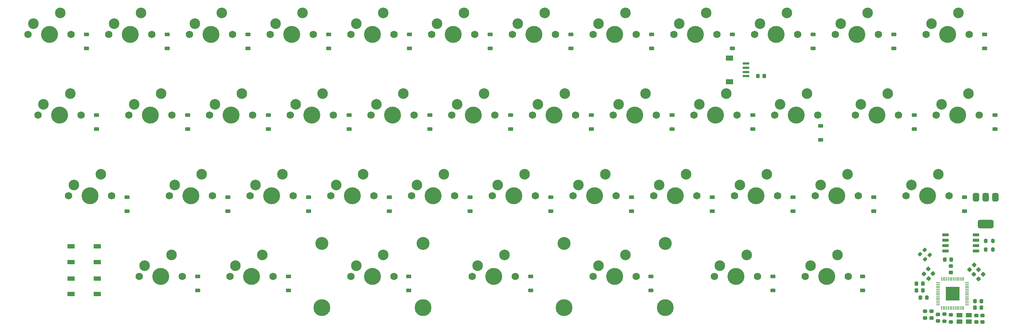
<source format=gbr>
%TF.GenerationSoftware,KiCad,Pcbnew,8.0.8*%
%TF.CreationDate,2025-06-07T17:32:44+02:00*%
%TF.ProjectId,PancakeXXL V2-rounded,50616e63-616b-4655-9858-4c2056322d72,rev?*%
%TF.SameCoordinates,Original*%
%TF.FileFunction,Soldermask,Bot*%
%TF.FilePolarity,Negative*%
%FSLAX46Y46*%
G04 Gerber Fmt 4.6, Leading zero omitted, Abs format (unit mm)*
G04 Created by KiCad (PCBNEW 8.0.8) date 2025-06-07 17:32:44*
%MOMM*%
%LPD*%
G01*
G04 APERTURE LIST*
G04 Aperture macros list*
%AMRoundRect*
0 Rectangle with rounded corners*
0 $1 Rounding radius*
0 $2 $3 $4 $5 $6 $7 $8 $9 X,Y pos of 4 corners*
0 Add a 4 corners polygon primitive as box body*
4,1,4,$2,$3,$4,$5,$6,$7,$8,$9,$2,$3,0*
0 Add four circle primitives for the rounded corners*
1,1,$1+$1,$2,$3*
1,1,$1+$1,$4,$5*
1,1,$1+$1,$6,$7*
1,1,$1+$1,$8,$9*
0 Add four rect primitives between the rounded corners*
20,1,$1+$1,$2,$3,$4,$5,0*
20,1,$1+$1,$4,$5,$6,$7,0*
20,1,$1+$1,$6,$7,$8,$9,0*
20,1,$1+$1,$8,$9,$2,$3,0*%
G04 Aperture macros list end*
%ADD10C,1.750000*%
%ADD11C,4.000000*%
%ADD12C,2.500000*%
%ADD13C,3.048000*%
%ADD14C,3.987800*%
%ADD15RoundRect,0.225000X0.375000X-0.225000X0.375000X0.225000X-0.375000X0.225000X-0.375000X-0.225000X0*%
%ADD16RoundRect,0.225000X-0.225000X-0.250000X0.225000X-0.250000X0.225000X0.250000X-0.225000X0.250000X0*%
%ADD17RoundRect,0.225000X0.250000X-0.225000X0.250000X0.225000X-0.250000X0.225000X-0.250000X-0.225000X0*%
%ADD18R,1.800000X1.100000*%
%ADD19RoundRect,0.225000X-0.017678X0.335876X-0.335876X0.017678X0.017678X-0.335876X0.335876X-0.017678X0*%
%ADD20RoundRect,0.200000X0.275000X-0.200000X0.275000X0.200000X-0.275000X0.200000X-0.275000X-0.200000X0*%
%ADD21RoundRect,0.200000X-0.335876X-0.053033X-0.053033X-0.335876X0.335876X0.053033X0.053033X0.335876X0*%
%ADD22R,1.400000X1.100000*%
%ADD23RoundRect,0.225000X-0.335876X-0.017678X-0.017678X-0.335876X0.335876X0.017678X0.017678X0.335876X0*%
%ADD24RoundRect,0.225000X-0.250000X0.225000X-0.250000X-0.225000X0.250000X-0.225000X0.250000X0.225000X0*%
%ADD25RoundRect,0.225000X0.225000X0.250000X-0.225000X0.250000X-0.225000X-0.250000X0.225000X-0.250000X0*%
%ADD26RoundRect,0.200000X0.200000X0.275000X-0.200000X0.275000X-0.200000X-0.275000X0.200000X-0.275000X0*%
%ADD27RoundRect,0.375000X-0.375000X0.625000X-0.375000X-0.625000X0.375000X-0.625000X0.375000X0.625000X0*%
%ADD28RoundRect,0.500000X-1.400000X0.500000X-1.400000X-0.500000X1.400000X-0.500000X1.400000X0.500000X0*%
%ADD29RoundRect,0.050000X0.387500X0.050000X-0.387500X0.050000X-0.387500X-0.050000X0.387500X-0.050000X0*%
%ADD30RoundRect,0.050000X0.050000X0.387500X-0.050000X0.387500X-0.050000X-0.387500X0.050000X-0.387500X0*%
%ADD31R,3.200000X3.200000*%
%ADD32RoundRect,0.200000X-0.200000X-0.275000X0.200000X-0.275000X0.200000X0.275000X-0.200000X0.275000X0*%
%ADD33RoundRect,0.150000X0.650000X0.150000X-0.650000X0.150000X-0.650000X-0.150000X0.650000X-0.150000X0*%
%ADD34R,1.800000X1.200000*%
%ADD35R,1.550000X0.600000*%
G04 APERTURE END LIST*
D10*
%TO.C,MX16*%
X96361250Y-52943125D03*
D11*
X101441250Y-52943125D03*
D10*
X106521250Y-52943125D03*
D12*
X97631250Y-50403125D03*
X103981250Y-47863125D03*
%TD*%
D10*
%TO.C,MX32*%
X182086250Y-71993125D03*
D11*
X187166250Y-71993125D03*
D10*
X192246250Y-71993125D03*
D12*
X183356250Y-69453125D03*
X189706250Y-66913125D03*
%TD*%
D10*
%TO.C,MX12*%
X246380000Y-33893125D03*
D11*
X251460000Y-33893125D03*
D10*
X256540000Y-33893125D03*
D12*
X247650000Y-31353125D03*
X254000000Y-28813125D03*
%TD*%
D10*
%TO.C,MX6*%
X129698750Y-33893125D03*
D11*
X134778750Y-33893125D03*
D10*
X139858750Y-33893125D03*
D12*
X130968750Y-31353125D03*
X137318750Y-28813125D03*
%TD*%
D10*
%TO.C,MX27*%
X86836250Y-71993125D03*
D11*
X91916250Y-71993125D03*
D10*
X96996250Y-71993125D03*
D12*
X88106250Y-69453125D03*
X94456250Y-66913125D03*
%TD*%
D10*
%TO.C,MX35*%
X241617500Y-71993125D03*
D11*
X246697500Y-71993125D03*
D10*
X251777500Y-71993125D03*
D12*
X242887500Y-69453125D03*
X249237500Y-66913125D03*
%TD*%
D13*
%TO.C,REF\u002A\u002A*%
X103790750Y-83203175D03*
D14*
X103790750Y-98413175D03*
D13*
X127666750Y-83203175D03*
D14*
X127666750Y-98413175D03*
%TD*%
D10*
%TO.C,MX38*%
X110648750Y-91043125D03*
D11*
X115728750Y-91043125D03*
D10*
X120808750Y-91043125D03*
D12*
X111918750Y-88503125D03*
X118268750Y-85963125D03*
%TD*%
D10*
%TO.C,MX28*%
X105886250Y-71993125D03*
D11*
X110966250Y-71993125D03*
D10*
X116046250Y-71993125D03*
D12*
X107156250Y-69453125D03*
X113506250Y-66913125D03*
%TD*%
D10*
%TO.C,MX40*%
X167798750Y-91043125D03*
D11*
X172878750Y-91043125D03*
D10*
X177958750Y-91043125D03*
D12*
X169068750Y-88503125D03*
X175418750Y-85963125D03*
%TD*%
D10*
%TO.C,MX1*%
X34448750Y-33893125D03*
D11*
X39528750Y-33893125D03*
D10*
X44608750Y-33893125D03*
D12*
X35718750Y-31353125D03*
X42068750Y-28813125D03*
%TD*%
D10*
%TO.C,MX31*%
X163036250Y-71993125D03*
D11*
X168116250Y-71993125D03*
D10*
X173196250Y-71993125D03*
D12*
X164306250Y-69453125D03*
X170656250Y-66913125D03*
%TD*%
D10*
%TO.C,MX36*%
X60642500Y-91043125D03*
D11*
X65722500Y-91043125D03*
D10*
X70802500Y-91043125D03*
D12*
X61912500Y-88503125D03*
X68262500Y-85963125D03*
%TD*%
D10*
%TO.C,MX42*%
X217805000Y-91043125D03*
D11*
X222885000Y-91043125D03*
D10*
X227965000Y-91043125D03*
D12*
X219075000Y-88503125D03*
X225425000Y-85963125D03*
%TD*%
D10*
%TO.C,MX26*%
X67786250Y-71993125D03*
D11*
X72866250Y-71993125D03*
D10*
X77946250Y-71993125D03*
D12*
X69056250Y-69453125D03*
X75406250Y-66913125D03*
%TD*%
D10*
%TO.C,MX34*%
X220186250Y-71993125D03*
D11*
X225266250Y-71993125D03*
D10*
X230346250Y-71993125D03*
D12*
X221456250Y-69453125D03*
X227806250Y-66913125D03*
%TD*%
D10*
%TO.C,MX37*%
X82073750Y-91043125D03*
D11*
X87153750Y-91043125D03*
D10*
X92233750Y-91043125D03*
D12*
X83343750Y-88503125D03*
X89693750Y-85963125D03*
%TD*%
D10*
%TO.C,MX10*%
X205898750Y-33893125D03*
D11*
X210978750Y-33893125D03*
D10*
X216058750Y-33893125D03*
D12*
X207168750Y-31353125D03*
X213518750Y-28813125D03*
%TD*%
D10*
%TO.C,MX20*%
X172561250Y-52943125D03*
D11*
X177641250Y-52943125D03*
D10*
X182721250Y-52943125D03*
D12*
X173831250Y-50403125D03*
X180181250Y-47863125D03*
%TD*%
D10*
%TO.C,MX30*%
X143986250Y-71993125D03*
D11*
X149066250Y-71993125D03*
D10*
X154146250Y-71993125D03*
D12*
X145256250Y-69453125D03*
X151606250Y-66913125D03*
%TD*%
D10*
%TO.C,MX23*%
X229711250Y-52943125D03*
D11*
X234791250Y-52943125D03*
D10*
X239871250Y-52943125D03*
D12*
X230981250Y-50403125D03*
X237331250Y-47863125D03*
%TD*%
D10*
%TO.C,MX13*%
X36830000Y-52943125D03*
D11*
X41910000Y-52943125D03*
D10*
X46990000Y-52943125D03*
D12*
X38100000Y-50403125D03*
X44450000Y-47863125D03*
%TD*%
D10*
%TO.C,MX2*%
X53498750Y-33893125D03*
D11*
X58578750Y-33893125D03*
D10*
X63658750Y-33893125D03*
D12*
X54768750Y-31353125D03*
X61118750Y-28813125D03*
%TD*%
D10*
%TO.C,MX18*%
X134461250Y-52943125D03*
D11*
X139541250Y-52943125D03*
D10*
X144621250Y-52943125D03*
D12*
X135731250Y-50403125D03*
X142081250Y-47863125D03*
%TD*%
D10*
%TO.C,MX24*%
X248761250Y-52943125D03*
D11*
X253841250Y-52943125D03*
D10*
X258921250Y-52943125D03*
D12*
X250031250Y-50403125D03*
X256381250Y-47863125D03*
%TD*%
D10*
%TO.C,MX7*%
X148748750Y-33893125D03*
D11*
X153828750Y-33893125D03*
D10*
X158908750Y-33893125D03*
D12*
X150018750Y-31353125D03*
X156368750Y-28813125D03*
%TD*%
D10*
%TO.C,MX5*%
X110648750Y-33893125D03*
D11*
X115728750Y-33893125D03*
D10*
X120808750Y-33893125D03*
D12*
X111918750Y-31353125D03*
X118268750Y-28813125D03*
%TD*%
D10*
%TO.C,MX33*%
X201136250Y-71993125D03*
D11*
X206216250Y-71993125D03*
D10*
X211296250Y-71993125D03*
D12*
X202406250Y-69453125D03*
X208756250Y-66913125D03*
%TD*%
D10*
%TO.C,MX4*%
X91598750Y-33893125D03*
D11*
X96678750Y-33893125D03*
D10*
X101758750Y-33893125D03*
D12*
X92868750Y-31353125D03*
X99218750Y-28813125D03*
%TD*%
D10*
%TO.C,MX11*%
X224948750Y-33893125D03*
D11*
X230028750Y-33893125D03*
D10*
X235108750Y-33893125D03*
D12*
X226218750Y-31353125D03*
X232568750Y-28813125D03*
%TD*%
D10*
%TO.C,MX9*%
X186848750Y-33893125D03*
D11*
X191928750Y-33893125D03*
D10*
X197008750Y-33893125D03*
D12*
X188118750Y-31353125D03*
X194468750Y-28813125D03*
%TD*%
D10*
%TO.C,MX19*%
X153511250Y-52943125D03*
D11*
X158591250Y-52943125D03*
D10*
X163671250Y-52943125D03*
D12*
X154781250Y-50403125D03*
X161131250Y-47863125D03*
%TD*%
D10*
%TO.C,MX14*%
X58261250Y-52943125D03*
D11*
X63341250Y-52943125D03*
D10*
X68421250Y-52943125D03*
D12*
X59531250Y-50403125D03*
X65881250Y-47863125D03*
%TD*%
D10*
%TO.C,MX39*%
X139223750Y-91043125D03*
D11*
X144303750Y-91043125D03*
D10*
X149383750Y-91043125D03*
D12*
X140493750Y-88503125D03*
X146843750Y-85963125D03*
%TD*%
D10*
%TO.C,MX17*%
X115411250Y-52943125D03*
D11*
X120491250Y-52943125D03*
D10*
X125571250Y-52943125D03*
D12*
X116681250Y-50403125D03*
X123031250Y-47863125D03*
%TD*%
D13*
%TO.C,REF\u002A\u002A*%
X160940750Y-83203175D03*
D14*
X160940750Y-98413175D03*
D13*
X184816750Y-83203175D03*
D14*
X184816750Y-98413175D03*
%TD*%
D10*
%TO.C,MX22*%
X210661250Y-52943125D03*
D11*
X215741250Y-52943125D03*
D10*
X220821250Y-52943125D03*
D12*
X211931250Y-50403125D03*
X218281250Y-47863125D03*
%TD*%
D10*
%TO.C,MX41*%
X196373750Y-91043125D03*
D11*
X201453750Y-91043125D03*
D10*
X206533750Y-91043125D03*
D12*
X197643750Y-88503125D03*
X203993750Y-85963125D03*
%TD*%
D10*
%TO.C,MX21*%
X191611250Y-52943125D03*
D11*
X196691250Y-52943125D03*
D10*
X201771250Y-52943125D03*
D12*
X192881250Y-50403125D03*
X199231250Y-47863125D03*
%TD*%
D10*
%TO.C,MX8*%
X167798750Y-33893125D03*
D11*
X172878750Y-33893125D03*
D10*
X177958750Y-33893125D03*
D12*
X169068750Y-31353125D03*
X175418750Y-28813125D03*
%TD*%
D10*
%TO.C,MX29*%
X124936250Y-71993125D03*
D11*
X130016250Y-71993125D03*
D10*
X135096250Y-71993125D03*
D12*
X126206250Y-69453125D03*
X132556250Y-66913125D03*
%TD*%
D10*
%TO.C,MX3*%
X72548750Y-33893125D03*
D11*
X77628750Y-33893125D03*
D10*
X82708750Y-33893125D03*
D12*
X73818750Y-31353125D03*
X80168750Y-28813125D03*
%TD*%
D10*
%TO.C,MX15*%
X77311250Y-52943125D03*
D11*
X82391250Y-52943125D03*
D10*
X87471250Y-52943125D03*
D12*
X78581250Y-50403125D03*
X84931250Y-47863125D03*
%TD*%
D10*
%TO.C,MX25*%
X43973750Y-71993125D03*
D11*
X49053750Y-71993125D03*
D10*
X54133750Y-71993125D03*
D12*
X45243750Y-69453125D03*
X51593750Y-66913125D03*
%TD*%
D15*
%TO.C,D38*%
X124301250Y-94360000D03*
X124301250Y-91060000D03*
%TD*%
D16*
%TO.C,C18*%
X250756250Y-87075000D03*
X252306250Y-87075000D03*
%TD*%
D17*
%TO.C,C12*%
X259681250Y-101800000D03*
X259681250Y-100250000D03*
%TD*%
D15*
%TO.C,D15*%
X91122500Y-56180625D03*
X91122500Y-52880625D03*
%TD*%
%TO.C,D10*%
X219710000Y-37130625D03*
X219710000Y-33830625D03*
%TD*%
D18*
%TO.C,SW1*%
X50781250Y-83950000D03*
X44581250Y-83950000D03*
X50781250Y-87650000D03*
X44581250Y-87650000D03*
%TD*%
D15*
%TO.C,D30*%
X157797500Y-75627500D03*
X157797500Y-72327500D03*
%TD*%
%TO.C,D8*%
X181610000Y-37130625D03*
X181610000Y-33830625D03*
%TD*%
%TO.C,D37*%
X95885000Y-94280625D03*
X95885000Y-90980625D03*
%TD*%
%TO.C,D1*%
X48260000Y-37130625D03*
X48260000Y-33830625D03*
%TD*%
%TO.C,D33*%
X214947500Y-75627500D03*
X214947500Y-72327500D03*
%TD*%
D19*
%TO.C,C14*%
X257654904Y-88352638D03*
X256558888Y-89448654D03*
%TD*%
D15*
%TO.C,D22*%
X221431250Y-58725000D03*
X221431250Y-55425000D03*
%TD*%
%TO.C,D24*%
X262572500Y-56180625D03*
X262572500Y-52880625D03*
%TD*%
D20*
%TO.C,R5*%
X250681250Y-101600000D03*
X250681250Y-99950000D03*
%TD*%
D15*
%TO.C,D35*%
X255428750Y-75627500D03*
X255428750Y-72327500D03*
%TD*%
%TO.C,D7*%
X162560000Y-37130625D03*
X162560000Y-33830625D03*
%TD*%
%TO.C,D29*%
X138747500Y-75627500D03*
X138747500Y-72327500D03*
%TD*%
D21*
%TO.C,R3*%
X245997887Y-84741637D03*
X247164613Y-85908363D03*
%TD*%
D16*
%TO.C,C11*%
X244956250Y-95975000D03*
X246506250Y-95975000D03*
%TD*%
D15*
%TO.C,D31*%
X176847500Y-75627500D03*
X176847500Y-72327500D03*
%TD*%
%TO.C,D39*%
X153035000Y-94280625D03*
X153035000Y-90980625D03*
%TD*%
%TO.C,D11*%
X238760000Y-37130625D03*
X238760000Y-33830625D03*
%TD*%
D22*
%TO.C,Y1*%
X254208250Y-100124998D03*
X256408250Y-100124998D03*
X256408250Y-101725002D03*
X254208250Y-101725002D03*
%TD*%
D15*
%TO.C,D9*%
X200660000Y-37130625D03*
X200660000Y-33830625D03*
%TD*%
D23*
%TO.C,C9*%
X245883242Y-90426992D03*
X246979258Y-91523008D03*
%TD*%
D15*
%TO.C,D27*%
X100647500Y-75627500D03*
X100647500Y-72327500D03*
%TD*%
%TO.C,D34*%
X233997500Y-75627500D03*
X233997500Y-72327500D03*
%TD*%
%TO.C,D21*%
X205422500Y-56180625D03*
X205422500Y-52880625D03*
%TD*%
%TO.C,D20*%
X186372500Y-56180625D03*
X186372500Y-52880625D03*
%TD*%
D24*
%TO.C,C13*%
X258181250Y-100250000D03*
X258181250Y-101800000D03*
%TD*%
D17*
%TO.C,C3*%
X249181250Y-101550000D03*
X249181250Y-100000000D03*
%TD*%
D15*
%TO.C,D36*%
X74453750Y-94280625D03*
X74453750Y-90980625D03*
%TD*%
D25*
%TO.C,C4*%
X259406250Y-98399998D03*
X257856250Y-98399998D03*
%TD*%
D26*
%TO.C,R2*%
X262056250Y-82675000D03*
X260406250Y-82675000D03*
%TD*%
D15*
%TO.C,D4*%
X105410000Y-37130625D03*
X105410000Y-33830625D03*
%TD*%
D25*
%TO.C,C6*%
X259406250Y-96875000D03*
X257856250Y-96875000D03*
%TD*%
D27*
%TO.C,U1*%
X258131250Y-72325001D03*
X260431250Y-72325002D03*
D28*
X260431250Y-78625000D03*
D27*
X262731250Y-72325001D03*
%TD*%
D18*
%TO.C,SW2*%
X50781250Y-91500000D03*
X44581250Y-91500000D03*
X50781250Y-95200000D03*
X44581250Y-95200000D03*
%TD*%
D17*
%TO.C,C17*%
X247631251Y-100800000D03*
X247631251Y-99250000D03*
%TD*%
D29*
%TO.C,U2*%
X256031250Y-92475000D03*
X256031250Y-92875001D03*
X256031250Y-93275000D03*
X256031250Y-93675000D03*
X256031250Y-94075000D03*
X256031250Y-94474999D03*
X256031250Y-94875000D03*
X256031250Y-95275000D03*
X256031250Y-95675001D03*
X256031250Y-96075000D03*
X256031250Y-96475000D03*
X256031250Y-96875000D03*
X256031250Y-97274999D03*
X256031250Y-97675000D03*
D30*
X255193750Y-98512500D03*
X254793749Y-98512500D03*
X254393750Y-98512500D03*
X253993750Y-98512500D03*
X253593750Y-98512500D03*
X253193751Y-98512500D03*
X252793750Y-98512500D03*
X252393750Y-98512500D03*
X251993749Y-98512500D03*
X251593750Y-98512500D03*
X251193750Y-98512500D03*
X250793750Y-98512500D03*
X250393751Y-98512500D03*
X249993750Y-98512500D03*
D29*
X249156250Y-97675000D03*
X249156250Y-97274999D03*
X249156250Y-96875000D03*
X249156250Y-96475000D03*
X249156250Y-96075000D03*
X249156250Y-95675001D03*
X249156250Y-95275000D03*
X249156250Y-94875000D03*
X249156250Y-94474999D03*
X249156250Y-94075000D03*
X249156250Y-93675000D03*
X249156250Y-93275000D03*
X249156250Y-92875001D03*
X249156250Y-92475000D03*
D30*
X249993750Y-91637500D03*
X250393751Y-91637500D03*
X250793750Y-91637500D03*
X251193750Y-91637500D03*
X251593750Y-91637500D03*
X251993749Y-91637500D03*
X252393750Y-91637500D03*
X252793750Y-91637500D03*
X253193751Y-91637500D03*
X253593750Y-91637500D03*
X253993750Y-91637500D03*
X254393750Y-91637500D03*
X254793749Y-91637500D03*
X255193750Y-91637500D03*
D31*
X252593750Y-95075000D03*
%TD*%
D21*
%TO.C,R4*%
X244947887Y-85791637D03*
X246114613Y-86958363D03*
%TD*%
D15*
%TO.C,D32*%
X195897500Y-75627500D03*
X195897500Y-72327500D03*
%TD*%
D32*
%TO.C,R1*%
X260406250Y-84650000D03*
X262056250Y-84650000D03*
%TD*%
D16*
%TO.C,C5*%
X244056250Y-94305635D03*
X245606250Y-94305635D03*
%TD*%
D15*
%TO.C,D14*%
X72072500Y-56180625D03*
X72072500Y-52880625D03*
%TD*%
D20*
%TO.C,R6*%
X252181250Y-101750000D03*
X252181250Y-100100000D03*
%TD*%
D23*
%TO.C,C8*%
X246883242Y-89276992D03*
X247979258Y-90373008D03*
%TD*%
D15*
%TO.C,D12*%
X260191250Y-37130625D03*
X260191250Y-33830625D03*
%TD*%
%TO.C,D41*%
X210185000Y-94280625D03*
X210185000Y-90980625D03*
%TD*%
%TO.C,D3*%
X86360000Y-37130625D03*
X86360000Y-33830625D03*
%TD*%
D19*
%TO.C,C2*%
X258733242Y-89430976D03*
X257637226Y-90526992D03*
%TD*%
D17*
%TO.C,C15*%
X246081250Y-100800000D03*
X246081250Y-99250000D03*
%TD*%
D15*
%TO.C,D17*%
X129222500Y-56180625D03*
X129222500Y-52880625D03*
%TD*%
D16*
%TO.C,C10*%
X244056250Y-92750000D03*
X245606250Y-92750000D03*
%TD*%
D15*
%TO.C,D25*%
X57785000Y-75627500D03*
X57785000Y-72327500D03*
%TD*%
%TO.C,D16*%
X110172500Y-56180625D03*
X110172500Y-52880625D03*
%TD*%
%TO.C,D42*%
X231362250Y-94280625D03*
X231362250Y-90980625D03*
%TD*%
%TO.C,D40*%
X181451250Y-94280625D03*
X181451250Y-90980625D03*
%TD*%
%TO.C,D2*%
X67310000Y-37130625D03*
X67310000Y-33830625D03*
%TD*%
D33*
%TO.C,U3*%
X258131250Y-81170000D03*
X258131250Y-82440000D03*
X258131250Y-83710000D03*
X258131250Y-84980000D03*
X250931250Y-84980000D03*
X250931250Y-83710000D03*
X250931250Y-82440000D03*
X250931250Y-81170000D03*
%TD*%
D15*
%TO.C,D13*%
X50641250Y-56180625D03*
X50641250Y-52880625D03*
%TD*%
D25*
%TO.C,C1*%
X208181250Y-43725000D03*
X206631250Y-43725000D03*
%TD*%
D19*
%TO.C,C7*%
X259829258Y-90526992D03*
X258733242Y-91623008D03*
%TD*%
D15*
%TO.C,D26*%
X81597500Y-75627500D03*
X81597500Y-72327500D03*
%TD*%
%TO.C,D5*%
X124460000Y-37130625D03*
X124460000Y-33830625D03*
%TD*%
D34*
%TO.C,J1*%
X199931250Y-45025000D03*
X199931250Y-39425000D03*
D35*
X203806250Y-43725000D03*
X203806249Y-42725000D03*
X203806249Y-41725000D03*
X203806250Y-40725000D03*
%TD*%
D15*
%TO.C,D18*%
X148272500Y-56180625D03*
X148272500Y-52880625D03*
%TD*%
%TO.C,D28*%
X119697500Y-75627500D03*
X119697500Y-72327500D03*
%TD*%
%TO.C,D23*%
X243522500Y-56180625D03*
X243522500Y-52880625D03*
%TD*%
%TO.C,D19*%
X167322500Y-56180625D03*
X167322500Y-52880625D03*
%TD*%
D24*
%TO.C,C16*%
X252181250Y-88550000D03*
X252181250Y-90100000D03*
%TD*%
D15*
%TO.C,D6*%
X143510000Y-37130625D03*
X143510000Y-33830625D03*
%TD*%
M02*

</source>
